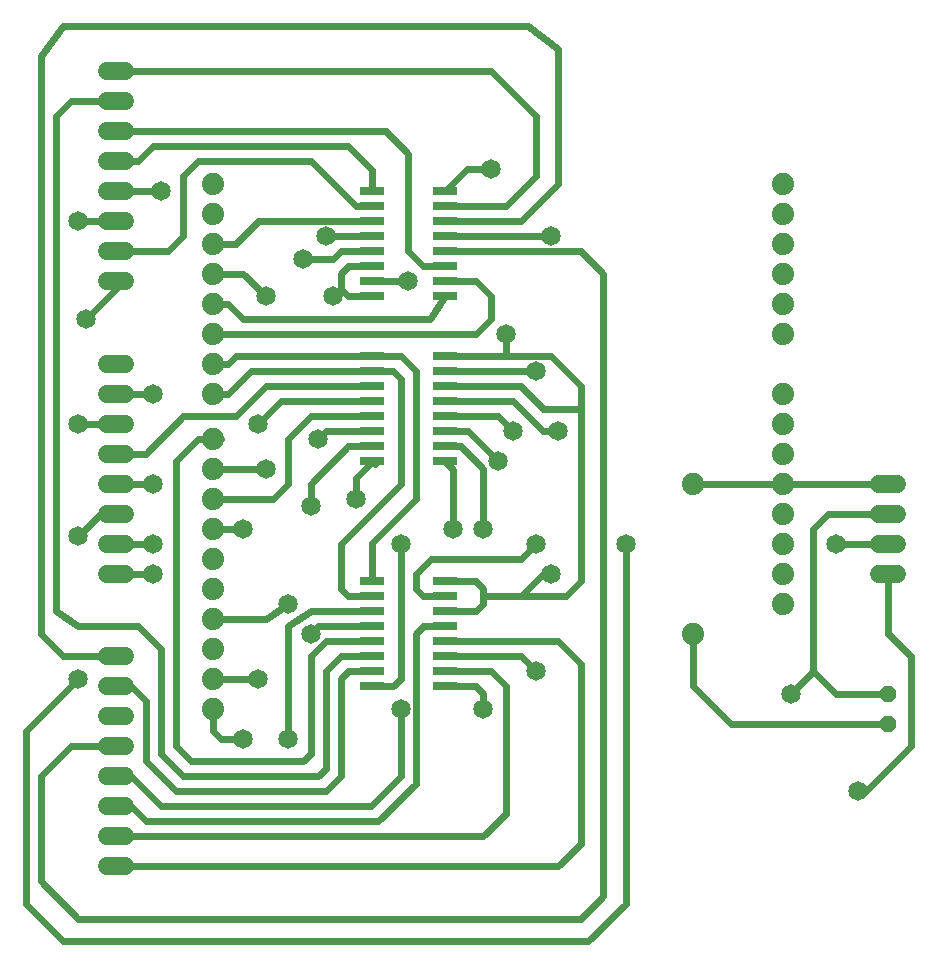
<source format=gbr>
G04 EAGLE Gerber X2 export*
%TF.Part,Single*%
%TF.FileFunction,Copper,L1,Top,Mixed*%
%TF.FilePolarity,Positive*%
%TF.GenerationSoftware,Autodesk,EAGLE,9.0.0*%
%TF.CreationDate,2018-10-21T06:38:58Z*%
G75*
%MOMM*%
%FSLAX34Y34*%
%LPD*%
%AMOC8*
5,1,8,0,0,1.08239X$1,22.5*%
G01*
%ADD10R,2.032000X0.660400*%
%ADD11C,1.879600*%
%ADD12C,1.524000*%
%ADD13P,1.429621X8X112.500000*%
%ADD14C,0.609600*%
%ADD15C,1.651000*%


D10*
X602234Y298450D03*
X540766Y298450D03*
X602234Y311150D03*
X602234Y323850D03*
X540766Y311150D03*
X540766Y323850D03*
X602234Y336550D03*
X540766Y336550D03*
X602234Y349250D03*
X540766Y349250D03*
X602234Y361950D03*
X602234Y374650D03*
X540766Y361950D03*
X540766Y374650D03*
X602234Y387350D03*
X540766Y387350D03*
X602234Y488950D03*
X540766Y488950D03*
X602234Y501650D03*
X602234Y514350D03*
X540766Y501650D03*
X540766Y514350D03*
X602234Y527050D03*
X540766Y527050D03*
X602234Y539750D03*
X540766Y539750D03*
X602234Y552450D03*
X602234Y565150D03*
X540766Y552450D03*
X540766Y565150D03*
X602234Y577850D03*
X540766Y577850D03*
X540766Y717550D03*
X602234Y717550D03*
X540766Y704850D03*
X540766Y692150D03*
X602234Y704850D03*
X602234Y692150D03*
X540766Y679450D03*
X602234Y679450D03*
X540766Y666750D03*
X602234Y666750D03*
X540766Y654050D03*
X540766Y641350D03*
X602234Y654050D03*
X602234Y641350D03*
X540766Y628650D03*
X602234Y628650D03*
D11*
X889000Y419100D03*
X889000Y444500D03*
X889000Y469900D03*
X889000Y495300D03*
X889000Y520700D03*
X889000Y546100D03*
X889000Y596900D03*
X889000Y622300D03*
X889000Y647700D03*
X889000Y673100D03*
X889000Y698500D03*
X889000Y723900D03*
X406400Y723900D03*
X406400Y698500D03*
X406400Y673100D03*
X406400Y647700D03*
X406400Y622300D03*
X406400Y596900D03*
X406400Y571500D03*
X406400Y546100D03*
X406400Y508000D03*
X406400Y482600D03*
X406400Y457200D03*
X406400Y431800D03*
X406400Y406400D03*
X406400Y381000D03*
X406400Y355600D03*
X406400Y330200D03*
X406400Y304800D03*
X406400Y279400D03*
X889000Y393700D03*
X889000Y368300D03*
D12*
X331470Y819150D02*
X316230Y819150D01*
X316230Y793750D02*
X331470Y793750D01*
X331470Y768350D02*
X316230Y768350D01*
X316230Y742950D02*
X331470Y742950D01*
X331470Y717550D02*
X316230Y717550D01*
X316230Y692150D02*
X331470Y692150D01*
X331470Y666750D02*
X316230Y666750D01*
X316230Y641350D02*
X331470Y641350D01*
X970280Y469900D02*
X985520Y469900D01*
X985520Y444500D02*
X970280Y444500D01*
X970280Y419100D02*
X985520Y419100D01*
X985520Y393700D02*
X970280Y393700D01*
X331470Y146050D02*
X316230Y146050D01*
X316230Y171450D02*
X331470Y171450D01*
X331470Y196850D02*
X316230Y196850D01*
X316230Y222250D02*
X331470Y222250D01*
X331470Y247650D02*
X316230Y247650D01*
X316230Y273050D02*
X331470Y273050D01*
X331470Y298450D02*
X316230Y298450D01*
X316230Y323850D02*
X331470Y323850D01*
X331470Y393700D02*
X316230Y393700D01*
X316230Y419100D02*
X331470Y419100D01*
X331470Y444500D02*
X316230Y444500D01*
X316230Y469900D02*
X331470Y469900D01*
X331470Y495300D02*
X316230Y495300D01*
X316230Y520700D02*
X331470Y520700D01*
X331470Y546100D02*
X316230Y546100D01*
X316230Y571500D02*
X331470Y571500D01*
D13*
X977900Y266700D03*
X977900Y292100D03*
D11*
X812800Y342900D03*
X812800Y469900D03*
D14*
X679450Y565023D02*
X666623Y565150D01*
D15*
X679450Y565023D03*
X571500Y641350D03*
D14*
X540766Y641350D01*
X602234Y565150D02*
X666623Y565150D01*
X602234Y374650D02*
X584200Y374650D01*
X577850Y381000D01*
X577850Y393700D01*
X590550Y406400D01*
X666750Y406400D01*
X679450Y419100D01*
D15*
X679450Y419100D03*
D14*
X540766Y654050D02*
X520700Y654050D01*
X514350Y647700D01*
X514350Y635000D02*
X520700Y628650D01*
X540766Y628650D01*
X514350Y635000D02*
X514350Y647700D01*
X602234Y361950D02*
X628650Y361950D01*
X635000Y368300D01*
X635000Y374650D01*
X635000Y381000D01*
X628650Y387350D01*
X602234Y387350D01*
X914400Y431800D02*
X927100Y444500D01*
X977900Y444500D01*
X704850Y374650D02*
X666750Y374650D01*
X635000Y374650D01*
X717550Y533400D02*
X717550Y552450D01*
X717550Y533400D02*
X717550Y387350D01*
X704850Y374650D01*
X933450Y292100D02*
X977900Y292100D01*
X914400Y311150D02*
X914400Y431800D01*
X914400Y311150D02*
X933450Y292100D01*
X914400Y311150D02*
X895350Y292100D01*
D15*
X895350Y292100D03*
X692150Y393700D03*
D14*
X685800Y393700D01*
X666750Y374650D01*
X654050Y577850D02*
X602234Y577850D01*
X654050Y577850D02*
X692150Y577850D01*
X717550Y552450D01*
X514350Y635000D02*
X508000Y628650D01*
D15*
X508000Y628650D03*
X653923Y596900D03*
D14*
X654050Y596773D01*
X654050Y577850D01*
X450850Y355600D02*
X406400Y355600D01*
X450850Y355600D02*
X469900Y368300D01*
D15*
X469900Y368300D03*
D14*
X666750Y552450D02*
X685800Y533400D01*
X717550Y533400D01*
X666750Y552450D02*
X602234Y552450D01*
X540766Y488950D02*
X540766Y488737D01*
X543211Y486292D01*
X540766Y298450D02*
X558800Y298450D01*
X565150Y304800D01*
X565150Y419100D01*
D15*
X565150Y419100D03*
X527050Y457200D03*
D14*
X527050Y475021D01*
X540766Y488737D01*
X602234Y717550D02*
X621284Y736600D01*
X641350Y736600D01*
D15*
X641350Y736600D03*
D14*
X540766Y692150D02*
X444500Y692150D01*
X425450Y673100D01*
X406400Y673100D01*
X406400Y647700D02*
X431800Y647700D01*
D15*
X450850Y628650D03*
X692150Y679577D03*
D14*
X602361Y679577D01*
X602234Y679450D01*
X450850Y628650D02*
X431800Y647700D01*
X589534Y609600D02*
X602234Y628650D01*
X431800Y609600D02*
X419100Y622300D01*
X406400Y622300D01*
X431800Y609600D02*
X589534Y609600D01*
X602234Y641350D02*
X628650Y641350D01*
X641350Y628650D01*
X641350Y609600D02*
X628650Y596900D01*
X406400Y596900D01*
X641350Y609600D02*
X641350Y628650D01*
X540766Y679450D02*
X540639Y679323D01*
X501650Y679323D01*
D15*
X501650Y679323D03*
X298450Y609600D03*
D14*
X323850Y635000D01*
X323850Y641350D01*
X527050Y704850D02*
X540766Y704850D01*
X527050Y704850D02*
X488950Y742950D01*
X393700Y742950D01*
X381000Y730250D01*
X381000Y679450D01*
X368300Y666750D02*
X323850Y666750D01*
X368300Y666750D02*
X381000Y679450D01*
X508000Y660400D02*
X514350Y666750D01*
D15*
X482600Y660400D03*
D14*
X514350Y666750D02*
X540766Y666750D01*
X508000Y660400D02*
X482600Y660400D01*
D15*
X292100Y692150D03*
D14*
X323850Y692150D01*
X540766Y717550D02*
X540766Y735584D01*
X533400Y742950D01*
X520700Y755650D01*
X355600Y755650D01*
X342900Y742950D02*
X323850Y742950D01*
X342900Y742950D02*
X355600Y755650D01*
X571500Y749300D02*
X571500Y666750D01*
X571500Y749300D02*
X552450Y768350D01*
X323850Y768350D01*
X584200Y654050D02*
X602234Y654050D01*
X584200Y654050D02*
X571500Y666750D01*
X602234Y704850D02*
X654050Y704850D01*
X679450Y730250D01*
X679450Y781050D01*
X641350Y819150D01*
X323850Y819150D02*
X317500Y819150D01*
X323850Y819150D02*
X641350Y819150D01*
X666750Y692150D02*
X602234Y692150D01*
X666750Y692150D02*
X698500Y723900D01*
X698500Y838200D01*
X673100Y857250D01*
X279400Y857250D01*
X260350Y831850D01*
X260350Y342900D01*
X279400Y323850D01*
X323850Y323850D01*
X330200Y323850D01*
X717550Y101600D02*
X736600Y120650D01*
X736600Y647700D01*
X717550Y666750D01*
X602234Y666750D01*
X285750Y247650D02*
X260350Y222250D01*
X285750Y247650D02*
X323850Y247650D01*
X292100Y101600D02*
X717550Y101600D01*
X260350Y133350D02*
X260350Y222250D01*
X260350Y133350D02*
X292100Y101600D01*
X495300Y349250D02*
X540766Y349250D01*
X495300Y349250D02*
X488950Y342900D01*
D15*
X488950Y342900D03*
D14*
X355600Y717550D02*
X323850Y717550D01*
X355600Y717550D02*
X361950Y717550D01*
D15*
X361950Y717550D03*
D14*
X514350Y323850D02*
X540766Y323850D01*
X514350Y323850D02*
X501650Y311150D01*
X501650Y228600D01*
X495300Y222250D01*
X381000Y222250D01*
X361950Y241300D01*
X361950Y330200D01*
X342900Y349250D01*
X292100Y349250D01*
X273050Y361950D01*
X273050Y781050D01*
X285750Y793750D01*
X323850Y793750D01*
X520700Y311150D02*
X540766Y311150D01*
X520700Y311150D02*
X514350Y304800D01*
X514350Y222250D01*
X501650Y209550D01*
X374650Y209550D01*
X349250Y234950D02*
X349250Y285750D01*
X336550Y298450D01*
X323850Y298450D01*
X349250Y234950D02*
X374650Y209550D01*
X488950Y361950D02*
X540766Y361950D01*
X488950Y361950D02*
X469900Y349250D01*
X469900Y254000D01*
D15*
X469900Y254000D03*
D14*
X336550Y222250D02*
X323850Y222250D01*
X336550Y222250D02*
X361950Y196850D01*
X539750Y196850D01*
X565150Y222250D01*
X565150Y279273D01*
X565023Y279400D01*
D15*
X565023Y279400D03*
X635000Y279400D03*
D14*
X635000Y292100D01*
X628650Y298450D01*
X602234Y298450D01*
X577850Y342900D02*
X584200Y349250D01*
X577850Y342900D02*
X577850Y215900D01*
X584200Y349250D02*
X602234Y349250D01*
X336550Y196850D02*
X323850Y196850D01*
X336550Y196850D02*
X349250Y184150D01*
X546100Y184150D01*
X577850Y215900D01*
X602234Y311150D02*
X641350Y311150D01*
X654050Y298450D01*
X654050Y190500D01*
X635000Y171450D01*
X323850Y171450D01*
X602234Y336550D02*
X698500Y336550D01*
X717550Y317500D01*
X717550Y165100D02*
X698500Y146050D01*
X323850Y146050D01*
X717550Y165100D02*
X717550Y317500D01*
X540766Y565150D02*
X438150Y565150D01*
X419100Y546100D02*
X406400Y546100D01*
X419100Y546100D02*
X438150Y565150D01*
X540766Y565150D02*
X558800Y565150D01*
X565150Y558800D01*
X540766Y374650D02*
X520700Y374650D01*
X514350Y381000D01*
X565150Y469900D02*
X565150Y558800D01*
X514350Y419100D02*
X514350Y381000D01*
X514350Y419100D02*
X565150Y469900D01*
X540766Y577850D02*
X425450Y577850D01*
X419100Y571500D01*
X406400Y571500D01*
X540766Y577850D02*
X565150Y577850D01*
X577850Y565150D02*
X577850Y457200D01*
X577850Y565150D02*
X565150Y577850D01*
X540766Y420116D02*
X540766Y387350D01*
X540766Y420116D02*
X577850Y457200D01*
X501650Y336550D02*
X488950Y323850D01*
X488950Y241300D02*
X482600Y234950D01*
X387350Y234950D02*
X374650Y247650D01*
X374650Y488950D01*
X393700Y508000D02*
X406400Y508000D01*
X412750Y508000D01*
X501650Y336550D02*
X540766Y336550D01*
X488950Y323850D02*
X488950Y241300D01*
X482600Y234950D02*
X387350Y234950D01*
X374650Y488950D02*
X393700Y508000D01*
X666750Y323850D02*
X679450Y311150D01*
D15*
X679450Y311150D03*
X450850Y482600D03*
D14*
X406400Y482600D01*
X602234Y323850D02*
X666750Y323850D01*
X540766Y539750D02*
X463550Y539750D01*
X444500Y520700D01*
D15*
X444500Y520700D03*
D14*
X355600Y546100D02*
X323850Y546100D01*
D15*
X355600Y546100D03*
D14*
X501650Y514350D02*
X540766Y514350D01*
X501650Y514350D02*
X495300Y508000D01*
D15*
X495300Y508000D03*
D14*
X520700Y501650D02*
X540766Y501650D01*
X520700Y501650D02*
X488950Y469900D01*
D15*
X488950Y450850D03*
D14*
X488950Y469900D01*
X323850Y520700D02*
X292100Y520700D01*
D15*
X292100Y520700D03*
D14*
X450850Y552450D02*
X540766Y552450D01*
X450850Y552450D02*
X425450Y527050D01*
X381000Y527050D01*
X349250Y495300D01*
X323850Y495300D01*
X602234Y488950D02*
X609600Y481584D01*
X609600Y431800D01*
D15*
X609600Y431800D03*
D14*
X355600Y469900D02*
X323850Y469900D01*
D15*
X355600Y469900D03*
D14*
X698500Y514223D02*
X698500Y514350D01*
D15*
X698500Y514223D03*
X755650Y419100D03*
D14*
X755650Y114300D01*
X723900Y82550D01*
X279400Y82550D01*
X247650Y114300D01*
X247650Y260350D01*
X292100Y304800D01*
D15*
X292100Y304800D03*
D14*
X311150Y444500D02*
X323850Y444500D01*
X311150Y444500D02*
X292100Y425450D01*
D15*
X292100Y425450D03*
D14*
X685800Y514350D02*
X698500Y514350D01*
X660400Y539750D02*
X602234Y539750D01*
X660400Y539750D02*
X685800Y514350D01*
X615950Y501650D02*
X602234Y501650D01*
X635000Y482600D02*
X635000Y431800D01*
D15*
X635000Y431800D03*
D14*
X635000Y482600D02*
X615950Y501650D01*
X355600Y419100D02*
X323850Y419100D01*
D15*
X355600Y419100D03*
D14*
X602234Y527050D02*
X647700Y527050D01*
X660400Y514350D01*
D15*
X660400Y514350D03*
X355600Y393700D03*
D14*
X323850Y393700D01*
X488950Y527050D02*
X540766Y527050D01*
X488950Y527050D02*
X469900Y508000D01*
X469900Y469900D01*
X457200Y457200D01*
X406400Y457200D01*
D15*
X431800Y431800D03*
D14*
X406400Y431800D01*
X602234Y514350D02*
X622300Y514350D01*
X647700Y488950D01*
D15*
X647700Y488950D03*
D14*
X889000Y469900D02*
X977900Y469900D01*
X889000Y469900D02*
X812800Y469900D01*
X812800Y342900D02*
X812800Y298450D01*
X844550Y266700D01*
X977900Y266700D01*
X444500Y304800D02*
X406400Y304800D01*
D15*
X444500Y304800D03*
X933450Y419100D03*
D14*
X977900Y419100D01*
X977900Y393700D02*
X977900Y342900D01*
X996950Y323850D01*
X996950Y247650D01*
X406400Y260350D02*
X406400Y279400D01*
X406400Y260350D02*
X412750Y254000D01*
D15*
X952500Y209550D03*
D14*
X958850Y209550D01*
X996950Y247650D01*
X431800Y254000D02*
X412750Y254000D01*
D15*
X431800Y254000D03*
M02*

</source>
